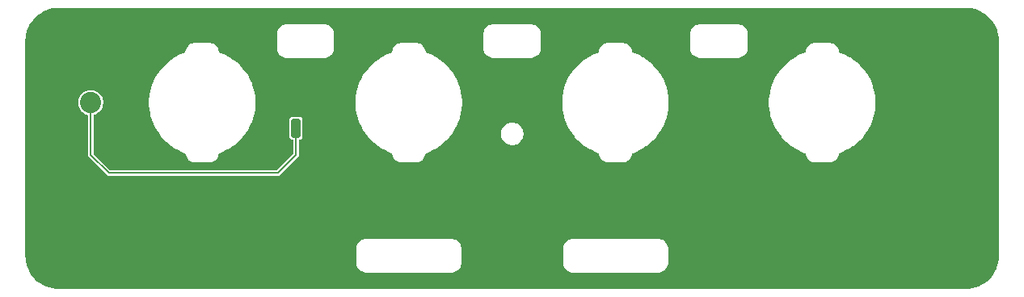
<source format=gbr>
%TF.GenerationSoftware,KiCad,Pcbnew,9.0.0-rc1-661-gd7f89c6576*%
%TF.CreationDate,2025-01-23T21:52:25-05:00*%
%TF.ProjectId,TS_Front_Endcap,54535f46-726f-46e7-945f-456e64636170,rev?*%
%TF.SameCoordinates,Original*%
%TF.FileFunction,Copper,L2,Bot*%
%TF.FilePolarity,Positive*%
%FSLAX46Y46*%
G04 Gerber Fmt 4.6, Leading zero omitted, Abs format (unit mm)*
G04 Created by KiCad (PCBNEW 9.0.0-rc1-661-gd7f89c6576) date 2025-01-23 21:52:25*
%MOMM*%
%LPD*%
G01*
G04 APERTURE LIST*
G04 Aperture macros list*
%AMRoundRect*
0 Rectangle with rounded corners*
0 $1 Rounding radius*
0 $2 $3 $4 $5 $6 $7 $8 $9 X,Y pos of 4 corners*
0 Add a 4 corners polygon primitive as box body*
4,1,4,$2,$3,$4,$5,$6,$7,$8,$9,$2,$3,0*
0 Add four circle primitives for the rounded corners*
1,1,$1+$1,$2,$3*
1,1,$1+$1,$4,$5*
1,1,$1+$1,$6,$7*
1,1,$1+$1,$8,$9*
0 Add four rect primitives between the rounded corners*
20,1,$1+$1,$2,$3,$4,$5,0*
20,1,$1+$1,$4,$5,$6,$7,0*
20,1,$1+$1,$6,$7,$8,$9,0*
20,1,$1+$1,$8,$9,$2,$3,0*%
G04 Aperture macros list end*
%TA.AperFunction,ComponentPad*%
%ADD10C,2.220000*%
%TD*%
%TA.AperFunction,ComponentPad*%
%ADD11C,5.250000*%
%TD*%
%TA.AperFunction,SMDPad,CuDef*%
%ADD12RoundRect,0.150000X0.350000X0.850000X-0.350000X0.850000X-0.350000X-0.850000X0.350000X-0.850000X0*%
%TD*%
%TA.AperFunction,ViaPad*%
%ADD13C,0.508000*%
%TD*%
%TA.AperFunction,Conductor*%
%ADD14C,0.200000*%
%TD*%
G04 APERTURE END LIST*
D10*
%TO.P,TP2,1*%
%TO.N,Net-(TP1-Pad2)*%
X101360000Y-100454993D03*
%TD*%
D11*
%TO.P,H4,1,1*%
%TO.N,GND*%
X193010000Y-116500033D03*
%TD*%
%TO.P,H2,1,1*%
%TO.N,GND*%
X98010000Y-116500033D03*
%TD*%
%TO.P,H1,1,1*%
%TO.N,GND*%
X98010000Y-94000033D03*
%TD*%
D10*
%TO.P,TP3,1*%
%TO.N,GND*%
X101360000Y-110044993D03*
%TD*%
D11*
%TO.P,H3,1,1*%
%TO.N,GND*%
X193010000Y-94000033D03*
%TD*%
D12*
%TO.P,TP4,1*%
%TO.N,GND*%
X168160000Y-103125033D03*
%TO.P,TP4,2*%
X166160000Y-103125033D03*
%TD*%
%TO.P,TP1,1*%
%TO.N,GND*%
X124860000Y-103125033D03*
%TO.P,TP1,2*%
%TO.N,Net-(TP1-Pad2)*%
X122860000Y-103125033D03*
%TD*%
D13*
%TO.N,GND*%
X167160000Y-110125033D03*
X123860000Y-110125033D03*
X145510000Y-110729993D03*
X166160000Y-105125033D03*
X168160000Y-105125033D03*
X124860000Y-105125033D03*
X180088553Y-94833670D03*
X180088560Y-106060779D03*
X184060000Y-100438804D03*
X175881450Y-106060779D03*
X171910008Y-100447233D03*
X175881454Y-94833673D03*
X158438553Y-94841433D03*
X158438560Y-106068542D03*
X162410000Y-100446567D03*
X154231450Y-106068542D03*
X150260008Y-100454996D03*
X154231454Y-94841436D03*
X136788553Y-94841433D03*
X136788560Y-106068542D03*
X140760000Y-100446567D03*
X132581450Y-106068542D03*
X128610008Y-100454996D03*
X132581454Y-94841436D03*
X115138553Y-94841437D03*
X110931454Y-94841440D03*
X115138560Y-106068546D03*
X110931450Y-106068546D03*
X162335000Y-116509993D03*
X150335000Y-116509993D03*
X140685000Y-116509993D03*
X128685000Y-116509993D03*
X170660000Y-93989993D03*
X163660000Y-93989993D03*
X149010000Y-93989993D03*
X142010000Y-93989993D03*
X127360000Y-93989993D03*
X120360000Y-93989993D03*
X119110000Y-100446571D03*
X106960008Y-100455000D03*
X181510000Y-91000033D03*
X187510000Y-91000033D03*
X159510000Y-91000033D03*
X169510000Y-91000033D03*
X135510000Y-91000033D03*
X131510000Y-91000033D03*
X175510000Y-91000033D03*
X149510000Y-91000033D03*
X123510000Y-91000033D03*
X125510000Y-91000033D03*
X115510000Y-91000033D03*
X111510000Y-91000033D03*
X163510000Y-91000033D03*
X173510000Y-91000033D03*
X167510000Y-91000033D03*
X145510000Y-91000033D03*
X189510000Y-91000033D03*
X151510000Y-91000033D03*
X137510000Y-91000033D03*
X171510000Y-91000033D03*
X141510000Y-91000033D03*
X121510000Y-91000033D03*
X161510000Y-91000033D03*
X105510000Y-91000033D03*
X139510000Y-91000033D03*
X107510000Y-91000033D03*
X101510000Y-91000033D03*
X129510000Y-91000033D03*
X103510000Y-91000033D03*
X179510000Y-91000033D03*
X153510000Y-91000033D03*
X155510000Y-91000033D03*
X143510000Y-91000033D03*
X127510000Y-91000033D03*
X177510000Y-91000033D03*
X119510000Y-91000033D03*
X133510000Y-91000033D03*
X157510000Y-91000033D03*
X185510000Y-91000033D03*
X147510000Y-91000033D03*
X117510000Y-91000033D03*
X165510000Y-91000033D03*
X183510000Y-91000033D03*
X113510000Y-91000033D03*
X109510000Y-91000033D03*
X196010000Y-113250033D03*
X196010000Y-101250033D03*
X196010000Y-111250033D03*
X196010000Y-97250033D03*
X196010000Y-109250033D03*
X196010000Y-99250033D03*
X196010000Y-105250033D03*
X196010000Y-107250033D03*
X196010000Y-103250033D03*
X189510000Y-119500033D03*
X187510000Y-119500033D03*
X185510000Y-119500033D03*
X183510000Y-119500033D03*
X181510000Y-119500033D03*
X179510000Y-119500033D03*
X177510000Y-119500033D03*
X175510000Y-119500033D03*
X173510000Y-119500033D03*
X171510000Y-119500033D03*
X169510000Y-119500033D03*
X167510000Y-119500033D03*
X165510000Y-119500033D03*
X163510000Y-119500033D03*
X161510000Y-119500033D03*
X159510000Y-119500033D03*
X157510000Y-119500033D03*
X155510000Y-119500033D03*
X153510000Y-119500033D03*
X151510000Y-119500033D03*
X149510000Y-119500033D03*
X147510000Y-119500033D03*
X145510000Y-119500033D03*
X143510000Y-119500033D03*
X141510000Y-119500033D03*
X139510000Y-119500033D03*
X137510000Y-119500033D03*
X135510000Y-119500033D03*
X133510000Y-119500033D03*
X131510000Y-119500033D03*
X129510000Y-119500033D03*
X127510000Y-119500033D03*
X125510000Y-119500033D03*
X123510000Y-119500033D03*
X121510000Y-119500033D03*
X119510000Y-119500033D03*
X117510000Y-119500033D03*
X115510000Y-119500033D03*
X113510000Y-119500033D03*
X111510000Y-119500033D03*
X109510000Y-119500033D03*
X107510000Y-119500033D03*
X105510000Y-119500033D03*
X103510000Y-119500033D03*
X101510000Y-119500033D03*
X95635000Y-94000033D03*
X194685000Y-95675033D03*
X194685000Y-92325033D03*
X191323550Y-114825033D03*
X98010000Y-114125033D03*
X195385000Y-116500033D03*
X194685000Y-118175033D03*
X98000000Y-118875033D03*
X96330621Y-118179412D03*
X98010000Y-91625033D03*
X191323550Y-92325033D03*
X100385000Y-116500033D03*
X98000000Y-96375033D03*
X95635000Y-116500033D03*
X96323550Y-92325033D03*
X96323550Y-114825033D03*
X193000000Y-118875033D03*
X194685000Y-114825033D03*
X193010000Y-114125033D03*
X195385000Y-94000033D03*
X99685000Y-118175033D03*
X191330621Y-118179412D03*
X99685000Y-95675033D03*
X190635000Y-94000033D03*
X193000000Y-96375033D03*
X191330621Y-95679412D03*
X193010000Y-91625033D03*
X190635000Y-116500033D03*
X99685000Y-114825033D03*
X100385000Y-94000033D03*
X99685000Y-92325033D03*
X96330621Y-95679412D03*
X95010000Y-113250033D03*
X95010000Y-107250033D03*
X95010000Y-111250033D03*
X95010000Y-109250033D03*
X95010000Y-97250033D03*
X95010000Y-105250033D03*
X95010000Y-99250033D03*
X95010000Y-103250033D03*
X95010000Y-101250033D03*
%TD*%
D14*
%TO.N,Net-(TP1-Pad2)*%
X120985000Y-107825033D02*
X122860000Y-105950033D01*
X103260000Y-107825033D02*
X120985000Y-107825033D01*
X122860000Y-105950033D02*
X122860000Y-103125033D01*
X101375000Y-105940033D02*
X103260000Y-107825033D01*
X101375000Y-100454993D02*
X101375000Y-105940033D01*
%TD*%
%TA.AperFunction,Conductor*%
%TO.N,GND*%
G36*
X193011200Y-90500591D02*
G01*
X193350614Y-90517266D01*
X193355375Y-90517734D01*
X193690347Y-90567423D01*
X193695037Y-90568356D01*
X193965097Y-90636002D01*
X194023511Y-90650635D01*
X194028113Y-90652031D01*
X194268832Y-90738162D01*
X194346928Y-90766106D01*
X194346937Y-90766109D01*
X194351379Y-90767950D01*
X194657461Y-90912717D01*
X194661702Y-90914983D01*
X194952148Y-91089071D01*
X194956146Y-91091743D01*
X195228112Y-91293447D01*
X195231830Y-91296498D01*
X195482723Y-91523896D01*
X195486123Y-91527296D01*
X195713520Y-91778193D01*
X195716570Y-91781910D01*
X195918272Y-92053877D01*
X195920944Y-92057875D01*
X196095025Y-92348313D01*
X196097292Y-92352554D01*
X196127912Y-92417295D01*
X196235803Y-92645417D01*
X196242066Y-92658658D01*
X196243901Y-92663088D01*
X196298449Y-92815543D01*
X196357976Y-92981911D01*
X196359372Y-92986512D01*
X196441646Y-93314979D01*
X196442584Y-93319696D01*
X196492266Y-93654640D01*
X196492737Y-93659425D01*
X196509440Y-93999505D01*
X196509499Y-94001908D01*
X196509499Y-94034409D01*
X196509499Y-94065921D01*
X196509499Y-94065923D01*
X196509500Y-94069870D01*
X196509500Y-116498824D01*
X196509441Y-116501229D01*
X196492764Y-116840630D01*
X196492293Y-116845415D01*
X196442604Y-117180370D01*
X196441665Y-117185086D01*
X196359393Y-117513529D01*
X196357998Y-117518131D01*
X196243915Y-117836963D01*
X196242074Y-117841405D01*
X196097306Y-118147486D01*
X196095040Y-118151727D01*
X195920952Y-118442172D01*
X195918280Y-118446170D01*
X195716575Y-118718136D01*
X195713524Y-118721854D01*
X195486126Y-118972746D01*
X195482726Y-118976146D01*
X195231830Y-119203543D01*
X195228113Y-119206593D01*
X194956146Y-119408296D01*
X194952148Y-119410968D01*
X194661711Y-119585049D01*
X194657470Y-119587316D01*
X194351370Y-119732089D01*
X194346927Y-119733929D01*
X194028111Y-119848002D01*
X194023510Y-119849398D01*
X193695049Y-119931674D01*
X193690333Y-119932612D01*
X193355386Y-119982296D01*
X193350600Y-119982767D01*
X193207837Y-119989780D01*
X193010519Y-119999474D01*
X193008135Y-119999533D01*
X98011203Y-119999533D01*
X98008799Y-119999474D01*
X97669396Y-119982800D01*
X97664610Y-119982329D01*
X97329660Y-119932644D01*
X97324944Y-119931706D01*
X96996475Y-119849430D01*
X96991883Y-119848037D01*
X96777275Y-119771249D01*
X96673052Y-119733958D01*
X96668618Y-119732121D01*
X96362505Y-119587341D01*
X96358281Y-119585083D01*
X96067833Y-119410995D01*
X96063835Y-119408323D01*
X95791866Y-119206619D01*
X95788149Y-119203569D01*
X95537250Y-118976170D01*
X95533850Y-118972770D01*
X95306450Y-118721875D01*
X95303399Y-118718157D01*
X95101685Y-118446179D01*
X95099025Y-118442199D01*
X94924929Y-118151741D01*
X94922666Y-118147507D01*
X94892009Y-118082689D01*
X94777888Y-117841404D01*
X94776055Y-117836982D01*
X94661969Y-117518136D01*
X94660576Y-117513541D01*
X94618987Y-117347516D01*
X94578297Y-117185079D01*
X94577363Y-117180388D01*
X94527671Y-116845405D01*
X94527203Y-116840646D01*
X94510559Y-116501900D01*
X94510500Y-116499495D01*
X94510500Y-115829820D01*
X129184499Y-115829820D01*
X129184500Y-115829833D01*
X129184500Y-117328968D01*
X129184506Y-117329061D01*
X129184506Y-117347519D01*
X129202744Y-117450962D01*
X129214903Y-117519927D01*
X129214904Y-117519928D01*
X129274776Y-117684431D01*
X129274780Y-117684440D01*
X129362306Y-117836042D01*
X129362311Y-117836048D01*
X129474832Y-117970148D01*
X129474841Y-117970157D01*
X129608944Y-118082684D01*
X129728529Y-118151727D01*
X129760555Y-118170217D01*
X129925062Y-118230093D01*
X130097467Y-118260493D01*
X130119108Y-118260493D01*
X139119108Y-118260493D01*
X139164697Y-118260493D01*
X139164714Y-118260500D01*
X139185000Y-118260500D01*
X139272527Y-118260500D01*
X139272533Y-118260500D01*
X139444940Y-118230100D01*
X139609448Y-118170223D01*
X139761060Y-118082689D01*
X139895168Y-117970158D01*
X140007697Y-117836048D01*
X140095229Y-117684436D01*
X140155104Y-117519926D01*
X140185501Y-117347519D01*
X140185500Y-117259986D01*
X140185500Y-117259493D01*
X140185500Y-115829820D01*
X150834499Y-115829820D01*
X150834500Y-115829833D01*
X150834500Y-117328968D01*
X150834506Y-117329061D01*
X150834506Y-117347519D01*
X150852744Y-117450962D01*
X150864903Y-117519927D01*
X150864904Y-117519928D01*
X150924776Y-117684431D01*
X150924780Y-117684440D01*
X151012306Y-117836042D01*
X151012311Y-117836048D01*
X151124832Y-117970148D01*
X151124841Y-117970157D01*
X151258944Y-118082684D01*
X151378529Y-118151727D01*
X151410555Y-118170217D01*
X151575062Y-118230093D01*
X151747467Y-118260493D01*
X151769108Y-118260493D01*
X160769108Y-118260493D01*
X160814697Y-118260493D01*
X160814714Y-118260500D01*
X160835000Y-118260500D01*
X160922527Y-118260500D01*
X160922533Y-118260500D01*
X161094940Y-118230100D01*
X161259448Y-118170223D01*
X161411060Y-118082689D01*
X161545168Y-117970158D01*
X161657697Y-117836048D01*
X161745229Y-117684436D01*
X161805104Y-117519926D01*
X161835501Y-117347519D01*
X161835500Y-117259986D01*
X161835500Y-117259493D01*
X161835500Y-115825881D01*
X161835501Y-115825878D01*
X161835500Y-115780287D01*
X161835506Y-115780271D01*
X161835506Y-115759986D01*
X161835507Y-115759986D01*
X161835506Y-115672454D01*
X161835506Y-115672451D01*
X161805106Y-115500060D01*
X161805105Y-115500059D01*
X161805104Y-115500049D01*
X161745227Y-115335543D01*
X161657693Y-115183934D01*
X161545171Y-115049836D01*
X161545167Y-115049831D01*
X161545158Y-115049822D01*
X161411058Y-114937301D01*
X161411049Y-114937295D01*
X161259451Y-114849770D01*
X161259442Y-114849766D01*
X161094940Y-114789893D01*
X161094941Y-114789893D01*
X161094938Y-114789892D01*
X161094937Y-114789892D01*
X160922532Y-114759493D01*
X160900892Y-114759493D01*
X151769108Y-114759493D01*
X151765935Y-114759493D01*
X151765829Y-114759500D01*
X151747467Y-114759500D01*
X151644311Y-114777689D01*
X151575065Y-114789899D01*
X151575064Y-114789899D01*
X151575060Y-114789900D01*
X151410560Y-114849773D01*
X151410551Y-114849777D01*
X151258950Y-114937302D01*
X151258944Y-114937307D01*
X151124846Y-115049827D01*
X151124837Y-115049836D01*
X151012314Y-115183936D01*
X150924780Y-115335543D01*
X150924778Y-115335546D01*
X150880880Y-115456153D01*
X150864903Y-115500050D01*
X150864902Y-115500052D01*
X150864899Y-115500062D01*
X150834500Y-115672450D01*
X150834500Y-115759986D01*
X150834499Y-115829820D01*
X140185500Y-115829820D01*
X140185500Y-115825881D01*
X140185501Y-115825878D01*
X140185500Y-115780288D01*
X140185506Y-115780272D01*
X140185506Y-115759986D01*
X140185507Y-115759986D01*
X140185506Y-115672454D01*
X140185506Y-115672451D01*
X140155106Y-115500060D01*
X140155105Y-115500059D01*
X140155104Y-115500049D01*
X140095227Y-115335543D01*
X140007693Y-115183934D01*
X139895171Y-115049836D01*
X139895167Y-115049831D01*
X139895158Y-115049822D01*
X139761058Y-114937301D01*
X139761049Y-114937295D01*
X139609451Y-114849770D01*
X139609442Y-114849766D01*
X139444940Y-114789893D01*
X139444941Y-114789893D01*
X139444938Y-114789892D01*
X139444937Y-114789892D01*
X139272532Y-114759493D01*
X139250892Y-114759493D01*
X130119108Y-114759493D01*
X130115935Y-114759493D01*
X130115829Y-114759500D01*
X130097467Y-114759500D01*
X129994311Y-114777689D01*
X129925065Y-114789899D01*
X129925064Y-114789899D01*
X129925060Y-114789900D01*
X129760560Y-114849773D01*
X129760551Y-114849777D01*
X129608950Y-114937302D01*
X129608944Y-114937307D01*
X129474846Y-115049827D01*
X129474837Y-115049836D01*
X129362314Y-115183936D01*
X129274780Y-115335543D01*
X129274778Y-115335546D01*
X129230880Y-115456153D01*
X129214903Y-115500050D01*
X129214902Y-115500052D01*
X129214899Y-115500062D01*
X129184500Y-115672450D01*
X129184500Y-115759986D01*
X129184499Y-115829820D01*
X94510500Y-115829820D01*
X94510500Y-100351854D01*
X100049500Y-100351854D01*
X100049500Y-100558131D01*
X100081768Y-100761866D01*
X100081769Y-100761869D01*
X100145512Y-100958051D01*
X100239156Y-101141839D01*
X100239159Y-101141843D01*
X100239160Y-101141845D01*
X100360407Y-101308726D01*
X100360409Y-101308728D01*
X100360412Y-101308732D01*
X100506260Y-101454580D01*
X100506263Y-101454582D01*
X100506267Y-101454586D01*
X100673148Y-101575833D01*
X100673150Y-101575834D01*
X100673153Y-101575836D01*
X100856941Y-101669480D01*
X100856943Y-101669481D01*
X101040642Y-101729168D01*
X101069159Y-101753524D01*
X101074500Y-101775770D01*
X101074500Y-105979596D01*
X101094979Y-106056022D01*
X101094979Y-106056024D01*
X101129314Y-106115493D01*
X101134540Y-106124544D01*
X103075489Y-108065493D01*
X103125648Y-108094453D01*
X103144008Y-108105053D01*
X103144012Y-108105055D01*
X103204286Y-108121205D01*
X103220434Y-108125532D01*
X103220435Y-108125533D01*
X103220438Y-108125533D01*
X121024564Y-108125533D01*
X121051230Y-108118387D01*
X121100989Y-108105054D01*
X121169511Y-108065493D01*
X121225460Y-108009544D01*
X123100460Y-106134544D01*
X123111459Y-106115493D01*
X123140021Y-106066022D01*
X123160500Y-105989595D01*
X123160500Y-104374533D01*
X123174852Y-104339885D01*
X123209500Y-104325533D01*
X123243262Y-104325533D01*
X123260590Y-104323007D01*
X123311393Y-104315606D01*
X123416483Y-104264231D01*
X123499198Y-104181516D01*
X123550573Y-104076426D01*
X123560500Y-104008293D01*
X123560500Y-102241773D01*
X123550573Y-102173640D01*
X123499198Y-102068550D01*
X123416483Y-101985835D01*
X123363938Y-101960147D01*
X123311396Y-101934461D01*
X123311394Y-101934460D01*
X123243262Y-101924533D01*
X123243260Y-101924533D01*
X122476740Y-101924533D01*
X122476738Y-101924533D01*
X122408605Y-101934460D01*
X122408603Y-101934461D01*
X122303519Y-101985834D01*
X122303515Y-101985836D01*
X122220803Y-102068548D01*
X122220801Y-102068552D01*
X122169428Y-102173636D01*
X122169427Y-102173638D01*
X122159500Y-102241771D01*
X122159500Y-104008294D01*
X122166978Y-104059615D01*
X122169427Y-104076426D01*
X122220802Y-104181516D01*
X122303517Y-104264231D01*
X122408607Y-104315606D01*
X122456884Y-104322639D01*
X122476738Y-104325533D01*
X122476740Y-104325533D01*
X122510500Y-104325533D01*
X122545148Y-104339885D01*
X122559500Y-104374533D01*
X122559500Y-105805266D01*
X122545148Y-105839914D01*
X120874881Y-107510181D01*
X120840233Y-107524533D01*
X103404767Y-107524533D01*
X103370119Y-107510181D01*
X101689852Y-105829914D01*
X101675500Y-105795266D01*
X101675500Y-101766022D01*
X101689852Y-101731374D01*
X101709358Y-101719420D01*
X101863057Y-101669481D01*
X102046852Y-101575833D01*
X102213733Y-101454586D01*
X102359593Y-101308726D01*
X102480840Y-101141845D01*
X102574488Y-100958050D01*
X102638231Y-100761869D01*
X102670500Y-100558132D01*
X102670500Y-100351854D01*
X102650335Y-100224541D01*
X107459501Y-100224541D01*
X107459501Y-100685455D01*
X107497538Y-101144796D01*
X107573354Y-101599431D01*
X107615512Y-101766022D01*
X107686431Y-102046263D01*
X107686436Y-102046280D01*
X107835990Y-102482214D01*
X107835992Y-102482219D01*
X107835996Y-102482230D01*
X108021031Y-102904372D01*
X108240273Y-103309803D01*
X108240277Y-103309810D01*
X108492220Y-103695749D01*
X108492224Y-103695755D01*
X108492226Y-103695757D01*
X108735271Y-104008294D01*
X108775173Y-104059604D01*
X108775174Y-104059606D01*
X109087174Y-104398852D01*
X109321914Y-104615176D01*
X109426118Y-104711204D01*
X109622662Y-104864364D01*
X109789681Y-104994517D01*
X109982381Y-105120588D01*
X110175379Y-105246855D01*
X110175385Y-105246858D01*
X110175386Y-105246859D01*
X110580587Y-105466503D01*
X110580590Y-105466504D01*
X111002528Y-105651956D01*
X111002536Y-105651959D01*
X111002545Y-105651963D01*
X111251448Y-105737632D01*
X111258748Y-105744088D01*
X111267966Y-105747262D01*
X111271695Y-105755540D01*
X111279538Y-105762477D01*
X111283559Y-105777745D01*
X111284088Y-105777677D01*
X111284094Y-105777723D01*
X111284271Y-105780449D01*
X111284408Y-105780969D01*
X111284414Y-105781067D01*
X111284327Y-105781317D01*
X111284506Y-105784061D01*
X111284506Y-105802519D01*
X111286806Y-105815562D01*
X111314903Y-105974927D01*
X111314904Y-105974928D01*
X111374776Y-106139431D01*
X111374780Y-106139440D01*
X111462306Y-106291042D01*
X111462311Y-106291048D01*
X111574832Y-106425148D01*
X111574841Y-106425157D01*
X111708944Y-106537684D01*
X111860555Y-106625217D01*
X112025062Y-106685093D01*
X112197467Y-106715493D01*
X112219108Y-106715493D01*
X113719108Y-106715493D01*
X113764697Y-106715493D01*
X113764714Y-106715500D01*
X113785000Y-106715500D01*
X113872527Y-106715500D01*
X113872533Y-106715500D01*
X114044940Y-106685100D01*
X114209448Y-106625223D01*
X114361060Y-106537689D01*
X114495168Y-106425158D01*
X114607697Y-106291048D01*
X114695229Y-106139436D01*
X114755104Y-105974926D01*
X114785501Y-105802519D01*
X114785500Y-105783978D01*
X114799850Y-105749331D01*
X114818550Y-105737647D01*
X115067460Y-105651976D01*
X115489416Y-105466517D01*
X115894628Y-105246867D01*
X116245303Y-105017441D01*
X116280326Y-104994528D01*
X116393417Y-104906400D01*
X116643892Y-104711214D01*
X116982832Y-104398866D01*
X117294840Y-104059611D01*
X117577785Y-103695765D01*
X117829739Y-103309810D01*
X118048981Y-102904378D01*
X118234017Y-102482235D01*
X118339886Y-102173636D01*
X118383576Y-102046284D01*
X118383577Y-102046279D01*
X118383583Y-102046263D01*
X118496660Y-101599434D01*
X118572476Y-101144798D01*
X118610513Y-100685455D01*
X118610513Y-100224541D01*
X129109501Y-100224541D01*
X129109501Y-100685455D01*
X129147538Y-101144796D01*
X129223354Y-101599431D01*
X129265512Y-101766022D01*
X129336431Y-102046263D01*
X129336436Y-102046280D01*
X129485990Y-102482214D01*
X129485992Y-102482219D01*
X129485996Y-102482230D01*
X129671031Y-102904372D01*
X129890273Y-103309803D01*
X129890277Y-103309810D01*
X130142220Y-103695749D01*
X130142224Y-103695755D01*
X130142226Y-103695757D01*
X130385271Y-104008294D01*
X130425173Y-104059604D01*
X130425174Y-104059606D01*
X130737174Y-104398852D01*
X130971914Y-104615176D01*
X131076118Y-104711204D01*
X131272662Y-104864364D01*
X131439681Y-104994517D01*
X131632381Y-105120588D01*
X131825379Y-105246855D01*
X131825385Y-105246858D01*
X131825386Y-105246859D01*
X132230587Y-105466503D01*
X132230590Y-105466504D01*
X132652528Y-105651956D01*
X132652536Y-105651959D01*
X132652545Y-105651963D01*
X132901448Y-105737632D01*
X132908748Y-105744088D01*
X132917966Y-105747262D01*
X132921695Y-105755540D01*
X132929538Y-105762477D01*
X132933559Y-105777745D01*
X132934088Y-105777677D01*
X132934094Y-105777723D01*
X132934271Y-105780449D01*
X132934408Y-105780969D01*
X132934414Y-105781067D01*
X132934327Y-105781317D01*
X132934506Y-105784061D01*
X132934506Y-105802519D01*
X132936806Y-105815562D01*
X132964903Y-105974927D01*
X132964904Y-105974928D01*
X133024776Y-106139431D01*
X133024780Y-106139440D01*
X133112306Y-106291042D01*
X133112311Y-106291048D01*
X133224832Y-106425148D01*
X133224841Y-106425157D01*
X133358944Y-106537684D01*
X133510555Y-106625217D01*
X133675062Y-106685093D01*
X133847467Y-106715493D01*
X133869108Y-106715493D01*
X135369108Y-106715493D01*
X135414697Y-106715493D01*
X135414714Y-106715500D01*
X135435000Y-106715500D01*
X135522527Y-106715500D01*
X135522533Y-106715500D01*
X135694940Y-106685100D01*
X135859448Y-106625223D01*
X136011060Y-106537689D01*
X136145168Y-106425158D01*
X136257697Y-106291048D01*
X136345229Y-106139436D01*
X136405104Y-105974926D01*
X136435501Y-105802519D01*
X136435500Y-105783978D01*
X136449850Y-105749331D01*
X136468550Y-105737647D01*
X136717460Y-105651976D01*
X137139416Y-105466517D01*
X137544628Y-105246867D01*
X137895303Y-105017441D01*
X137930326Y-104994528D01*
X138043417Y-104906400D01*
X138293892Y-104711214D01*
X138632832Y-104398866D01*
X138944840Y-104059611D01*
X139115483Y-103840177D01*
X144310000Y-103840177D01*
X144364859Y-104059613D01*
X144410000Y-104240176D01*
X144685000Y-104615176D01*
X145110000Y-104865176D01*
X145535000Y-104940176D01*
X146010000Y-104840176D01*
X146410000Y-104540176D01*
X146660000Y-104140176D01*
X146710000Y-103765176D01*
X146635000Y-103290176D01*
X146410000Y-102915176D01*
X146395248Y-102904358D01*
X146035000Y-102640176D01*
X145535001Y-102515176D01*
X145535000Y-102515176D01*
X145272500Y-102577676D01*
X145009999Y-102640176D01*
X144585000Y-102965176D01*
X144335000Y-103440176D01*
X144310000Y-103840177D01*
X139115483Y-103840177D01*
X139227785Y-103695765D01*
X139479739Y-103309810D01*
X139698981Y-102904378D01*
X139884017Y-102482235D01*
X139989886Y-102173636D01*
X140033576Y-102046284D01*
X140033577Y-102046279D01*
X140033583Y-102046263D01*
X140146660Y-101599434D01*
X140222476Y-101144798D01*
X140260513Y-100685455D01*
X140260513Y-100224541D01*
X150759501Y-100224541D01*
X150759501Y-100685455D01*
X150797538Y-101144796D01*
X150873354Y-101599431D01*
X150915512Y-101766022D01*
X150986431Y-102046263D01*
X150986436Y-102046280D01*
X151135990Y-102482214D01*
X151135992Y-102482219D01*
X151135996Y-102482230D01*
X151321031Y-102904372D01*
X151540273Y-103309803D01*
X151540277Y-103309810D01*
X151792220Y-103695749D01*
X151792224Y-103695755D01*
X151792226Y-103695757D01*
X152035271Y-104008294D01*
X152075173Y-104059604D01*
X152075174Y-104059606D01*
X152387174Y-104398852D01*
X152621914Y-104615176D01*
X152726118Y-104711204D01*
X152922662Y-104864364D01*
X153089681Y-104994517D01*
X153282381Y-105120588D01*
X153475379Y-105246855D01*
X153475385Y-105246858D01*
X153475386Y-105246859D01*
X153880587Y-105466503D01*
X153880590Y-105466504D01*
X154302528Y-105651956D01*
X154302536Y-105651959D01*
X154302545Y-105651963D01*
X154551448Y-105737632D01*
X154558748Y-105744088D01*
X154567966Y-105747262D01*
X154571695Y-105755540D01*
X154579538Y-105762477D01*
X154583559Y-105777745D01*
X154584088Y-105777677D01*
X154584094Y-105777723D01*
X154584271Y-105780449D01*
X154584408Y-105780969D01*
X154584414Y-105781067D01*
X154584327Y-105781317D01*
X154584506Y-105784061D01*
X154584506Y-105802519D01*
X154586806Y-105815562D01*
X154614903Y-105974927D01*
X154614904Y-105974928D01*
X154674776Y-106139431D01*
X154674780Y-106139440D01*
X154762306Y-106291042D01*
X154762311Y-106291048D01*
X154874832Y-106425148D01*
X154874841Y-106425157D01*
X155008944Y-106537684D01*
X155160555Y-106625217D01*
X155325062Y-106685093D01*
X155497467Y-106715493D01*
X155519108Y-106715493D01*
X157019108Y-106715493D01*
X157064697Y-106715493D01*
X157064714Y-106715500D01*
X157085000Y-106715500D01*
X157172527Y-106715500D01*
X157172533Y-106715500D01*
X157344940Y-106685100D01*
X157509448Y-106625223D01*
X157661060Y-106537689D01*
X157795168Y-106425158D01*
X157907697Y-106291048D01*
X157995229Y-106139436D01*
X158055104Y-105974926D01*
X158085501Y-105802519D01*
X158085500Y-105783978D01*
X158099850Y-105749331D01*
X158118550Y-105737647D01*
X158367460Y-105651976D01*
X158789416Y-105466517D01*
X159194628Y-105246867D01*
X159545303Y-105017441D01*
X159580326Y-104994528D01*
X159693417Y-104906400D01*
X159943892Y-104711214D01*
X160282832Y-104398866D01*
X160594840Y-104059611D01*
X160877785Y-103695765D01*
X161129739Y-103309810D01*
X161348981Y-102904378D01*
X161534017Y-102482235D01*
X161639886Y-102173636D01*
X161683576Y-102046284D01*
X161683577Y-102046279D01*
X161683583Y-102046263D01*
X161796660Y-101599434D01*
X161872476Y-101144798D01*
X161910513Y-100685455D01*
X161910513Y-100224541D01*
X172409501Y-100224541D01*
X172409501Y-100685455D01*
X172447538Y-101144796D01*
X172523354Y-101599431D01*
X172565512Y-101766022D01*
X172636431Y-102046263D01*
X172636436Y-102046280D01*
X172785990Y-102482214D01*
X172785992Y-102482219D01*
X172785996Y-102482230D01*
X172971031Y-102904372D01*
X173190273Y-103309803D01*
X173190277Y-103309810D01*
X173442220Y-103695749D01*
X173442224Y-103695755D01*
X173442226Y-103695757D01*
X173685271Y-104008294D01*
X173725173Y-104059604D01*
X173725174Y-104059606D01*
X174037174Y-104398852D01*
X174271914Y-104615176D01*
X174376118Y-104711204D01*
X174572662Y-104864364D01*
X174739681Y-104994517D01*
X174932381Y-105120588D01*
X175125379Y-105246855D01*
X175125385Y-105246858D01*
X175125386Y-105246859D01*
X175530587Y-105466503D01*
X175530590Y-105466504D01*
X175952528Y-105651956D01*
X175952536Y-105651959D01*
X175952545Y-105651963D01*
X176201448Y-105737632D01*
X176208748Y-105744088D01*
X176217966Y-105747262D01*
X176221695Y-105755540D01*
X176229538Y-105762477D01*
X176233559Y-105777745D01*
X176234088Y-105777677D01*
X176234094Y-105777723D01*
X176234271Y-105780449D01*
X176234408Y-105780969D01*
X176234414Y-105781067D01*
X176234327Y-105781317D01*
X176234506Y-105784061D01*
X176234506Y-105802519D01*
X176236806Y-105815562D01*
X176264903Y-105974927D01*
X176264904Y-105974928D01*
X176324776Y-106139431D01*
X176324780Y-106139440D01*
X176412306Y-106291042D01*
X176412311Y-106291048D01*
X176524832Y-106425148D01*
X176524841Y-106425157D01*
X176658944Y-106537684D01*
X176810555Y-106625217D01*
X176975062Y-106685093D01*
X177147467Y-106715493D01*
X177169108Y-106715493D01*
X178669108Y-106715493D01*
X178714697Y-106715493D01*
X178714714Y-106715500D01*
X178735000Y-106715500D01*
X178822527Y-106715500D01*
X178822533Y-106715500D01*
X178994940Y-106685100D01*
X179159448Y-106625223D01*
X179311060Y-106537689D01*
X179445168Y-106425158D01*
X179557697Y-106291048D01*
X179645229Y-106139436D01*
X179705104Y-105974926D01*
X179735501Y-105802519D01*
X179735500Y-105783978D01*
X179749850Y-105749331D01*
X179768550Y-105737647D01*
X180017460Y-105651976D01*
X180439416Y-105466517D01*
X180844628Y-105246867D01*
X181195303Y-105017441D01*
X181230326Y-104994528D01*
X181343417Y-104906400D01*
X181593892Y-104711214D01*
X181932832Y-104398866D01*
X182244840Y-104059611D01*
X182527785Y-103695765D01*
X182779739Y-103309810D01*
X182998981Y-102904378D01*
X183184017Y-102482235D01*
X183289886Y-102173636D01*
X183333576Y-102046284D01*
X183333577Y-102046279D01*
X183333583Y-102046263D01*
X183446660Y-101599434D01*
X183522476Y-101144798D01*
X183560513Y-100685455D01*
X183560513Y-100224541D01*
X183522475Y-99765198D01*
X183446659Y-99310562D01*
X183333582Y-98863734D01*
X183253565Y-98630491D01*
X183184018Y-98427769D01*
X183184017Y-98427768D01*
X183184015Y-98427761D01*
X182998979Y-98005619D01*
X182779737Y-97600187D01*
X182756922Y-97565238D01*
X182527788Y-97214239D01*
X182527783Y-97214232D01*
X182244837Y-96850386D01*
X182120157Y-96714817D01*
X181932833Y-96511134D01*
X181910497Y-96490550D01*
X181593889Y-96198783D01*
X181365270Y-96020628D01*
X181230323Y-95915468D01*
X180916417Y-95710100D01*
X180844625Y-95663131D01*
X180844620Y-95663128D01*
X180844617Y-95663126D01*
X180439415Y-95443482D01*
X180439412Y-95443481D01*
X180017473Y-95258028D01*
X180017452Y-95258020D01*
X179768559Y-95172354D01*
X179740468Y-95147508D01*
X179735506Y-95126022D01*
X179735506Y-95107451D01*
X179705106Y-94935060D01*
X179705105Y-94935059D01*
X179705104Y-94935049D01*
X179645227Y-94770543D01*
X179557693Y-94618934D01*
X179445171Y-94484836D01*
X179445167Y-94484831D01*
X179445158Y-94484822D01*
X179311058Y-94372301D01*
X179311049Y-94372295D01*
X179159451Y-94284770D01*
X179159442Y-94284766D01*
X178994940Y-94224893D01*
X178994941Y-94224893D01*
X178994938Y-94224892D01*
X178994937Y-94224892D01*
X178822532Y-94194493D01*
X178800892Y-94194493D01*
X177169108Y-94194493D01*
X177165935Y-94194493D01*
X177165829Y-94194500D01*
X177147467Y-94194500D01*
X177044311Y-94212689D01*
X176975065Y-94224899D01*
X176975064Y-94224899D01*
X176975060Y-94224900D01*
X176810560Y-94284773D01*
X176810551Y-94284777D01*
X176658950Y-94372302D01*
X176658944Y-94372307D01*
X176524846Y-94484827D01*
X176524837Y-94484836D01*
X176412314Y-94618936D01*
X176324780Y-94770543D01*
X176324778Y-94770546D01*
X176280880Y-94891153D01*
X176264903Y-94935050D01*
X176264902Y-94935052D01*
X176264899Y-94935062D01*
X176234500Y-95107450D01*
X176234500Y-95126036D01*
X176220147Y-95160684D01*
X176201447Y-95172366D01*
X175952552Y-95258033D01*
X175952531Y-95258041D01*
X175530593Y-95443493D01*
X175530590Y-95443494D01*
X175125390Y-95663138D01*
X175125386Y-95663141D01*
X174739684Y-95915480D01*
X174376129Y-96198786D01*
X174376116Y-96198797D01*
X174037176Y-96511144D01*
X173725176Y-96850390D01*
X173725175Y-96850392D01*
X173442222Y-97214247D01*
X173190279Y-97600186D01*
X173190275Y-97600194D01*
X172971033Y-98005625D01*
X172971032Y-98005628D01*
X172971024Y-98005644D01*
X172785996Y-98427771D01*
X172785994Y-98427774D01*
X172636435Y-98863723D01*
X172636432Y-98863733D01*
X172636432Y-98863734D01*
X172636431Y-98863738D01*
X172523355Y-99310565D01*
X172504874Y-99421388D01*
X172447540Y-99765197D01*
X172447539Y-99765200D01*
X172409501Y-100224541D01*
X161910513Y-100224541D01*
X161872475Y-99765198D01*
X161796659Y-99310562D01*
X161683582Y-98863734D01*
X161603565Y-98630491D01*
X161534018Y-98427769D01*
X161534017Y-98427768D01*
X161534015Y-98427761D01*
X161348979Y-98005619D01*
X161129737Y-97600187D01*
X161106922Y-97565238D01*
X160877788Y-97214239D01*
X160877783Y-97214232D01*
X160594837Y-96850386D01*
X160470157Y-96714817D01*
X160282833Y-96511134D01*
X160260497Y-96490550D01*
X159943889Y-96198783D01*
X159715270Y-96020628D01*
X159580323Y-95915468D01*
X159266417Y-95710100D01*
X159194625Y-95663131D01*
X159194620Y-95663128D01*
X159194617Y-95663126D01*
X158789415Y-95443482D01*
X158789412Y-95443481D01*
X158367473Y-95258028D01*
X158367452Y-95258020D01*
X158118559Y-95172354D01*
X158090468Y-95147508D01*
X158085506Y-95126022D01*
X158085506Y-95107451D01*
X158055106Y-94935060D01*
X158055105Y-94935059D01*
X158055104Y-94935049D01*
X157995227Y-94770543D01*
X157907693Y-94618934D01*
X157795171Y-94484836D01*
X157795167Y-94484831D01*
X157795158Y-94484822D01*
X157661058Y-94372301D01*
X157661049Y-94372295D01*
X157509451Y-94284770D01*
X157509442Y-94284766D01*
X157344940Y-94224893D01*
X157344941Y-94224893D01*
X157344938Y-94224892D01*
X157344937Y-94224892D01*
X157172532Y-94194493D01*
X157150892Y-94194493D01*
X155519108Y-94194493D01*
X155515935Y-94194493D01*
X155515829Y-94194500D01*
X155497467Y-94194500D01*
X155394311Y-94212689D01*
X155325065Y-94224899D01*
X155325064Y-94224899D01*
X155325060Y-94224900D01*
X155160560Y-94284773D01*
X155160551Y-94284777D01*
X155008950Y-94372302D01*
X155008944Y-94372307D01*
X154874846Y-94484827D01*
X154874837Y-94484836D01*
X154762314Y-94618936D01*
X154674780Y-94770543D01*
X154674778Y-94770546D01*
X154630880Y-94891153D01*
X154614903Y-94935050D01*
X154614902Y-94935052D01*
X154614899Y-94935062D01*
X154584500Y-95107450D01*
X154584500Y-95126036D01*
X154570147Y-95160684D01*
X154551447Y-95172366D01*
X154302552Y-95258033D01*
X154302531Y-95258041D01*
X153880593Y-95443493D01*
X153880590Y-95443494D01*
X153475390Y-95663138D01*
X153475386Y-95663141D01*
X153089684Y-95915480D01*
X152726129Y-96198786D01*
X152726116Y-96198797D01*
X152387176Y-96511144D01*
X152075176Y-96850390D01*
X152075175Y-96850392D01*
X151792222Y-97214247D01*
X151540279Y-97600186D01*
X151540275Y-97600194D01*
X151321033Y-98005625D01*
X151321032Y-98005628D01*
X151321024Y-98005644D01*
X151135996Y-98427771D01*
X151135994Y-98427774D01*
X150986435Y-98863723D01*
X150986432Y-98863733D01*
X150986432Y-98863734D01*
X150986431Y-98863738D01*
X150873355Y-99310565D01*
X150854874Y-99421388D01*
X150797540Y-99765197D01*
X150797539Y-99765200D01*
X150759501Y-100224541D01*
X140260513Y-100224541D01*
X140222475Y-99765198D01*
X140146659Y-99310562D01*
X140033582Y-98863734D01*
X139953565Y-98630491D01*
X139884018Y-98427769D01*
X139884017Y-98427768D01*
X139884015Y-98427761D01*
X139698979Y-98005619D01*
X139479737Y-97600187D01*
X139456922Y-97565238D01*
X139227788Y-97214239D01*
X139227783Y-97214232D01*
X138944837Y-96850386D01*
X138820157Y-96714817D01*
X138632833Y-96511134D01*
X138610497Y-96490550D01*
X138293889Y-96198783D01*
X138065270Y-96020628D01*
X137930323Y-95915468D01*
X137616417Y-95710100D01*
X137544625Y-95663131D01*
X137544620Y-95663128D01*
X137544617Y-95663126D01*
X137139415Y-95443482D01*
X137139412Y-95443481D01*
X136717473Y-95258028D01*
X136717452Y-95258020D01*
X136468559Y-95172354D01*
X136440468Y-95147508D01*
X136435506Y-95126022D01*
X136435506Y-95107451D01*
X136405106Y-94935060D01*
X136405105Y-94935059D01*
X136405104Y-94935049D01*
X136345227Y-94770543D01*
X136257693Y-94618934D01*
X136145171Y-94484836D01*
X136145167Y-94484831D01*
X136145158Y-94484822D01*
X136011058Y-94372301D01*
X136011049Y-94372295D01*
X135859451Y-94284770D01*
X135859442Y-94284766D01*
X135694940Y-94224893D01*
X135694941Y-94224893D01*
X135694938Y-94224892D01*
X135694937Y-94224892D01*
X135522532Y-94194493D01*
X135500892Y-94194493D01*
X133869108Y-94194493D01*
X133865935Y-94194493D01*
X133865829Y-94194500D01*
X133847467Y-94194500D01*
X133744311Y-94212689D01*
X133675065Y-94224899D01*
X133675064Y-94224899D01*
X133675060Y-94224900D01*
X133510560Y-94284773D01*
X133510551Y-94284777D01*
X133358950Y-94372302D01*
X133358944Y-94372307D01*
X133224846Y-94484827D01*
X133224837Y-94484836D01*
X133112314Y-94618936D01*
X133024780Y-94770543D01*
X133024778Y-94770546D01*
X132980880Y-94891153D01*
X132964903Y-94935050D01*
X132964902Y-94935052D01*
X132964899Y-94935062D01*
X132934500Y-95107450D01*
X132934500Y-95126036D01*
X132920147Y-95160684D01*
X132901447Y-95172366D01*
X132652552Y-95258033D01*
X132652531Y-95258041D01*
X132230593Y-95443493D01*
X132230590Y-95443494D01*
X131825390Y-95663138D01*
X131825386Y-95663141D01*
X131439684Y-95915480D01*
X131076129Y-96198786D01*
X131076116Y-96198797D01*
X130737176Y-96511144D01*
X130425176Y-96850390D01*
X130425175Y-96850392D01*
X130142222Y-97214247D01*
X129890279Y-97600186D01*
X129890275Y-97600194D01*
X129671033Y-98005625D01*
X129671032Y-98005628D01*
X129671024Y-98005644D01*
X129485996Y-98427771D01*
X129485994Y-98427774D01*
X129336435Y-98863723D01*
X129336432Y-98863733D01*
X129336432Y-98863734D01*
X129336431Y-98863738D01*
X129223355Y-99310565D01*
X129204874Y-99421388D01*
X129147540Y-99765197D01*
X129147539Y-99765200D01*
X129109501Y-100224541D01*
X118610513Y-100224541D01*
X118572475Y-99765198D01*
X118496659Y-99310562D01*
X118383582Y-98863734D01*
X118303565Y-98630491D01*
X118234018Y-98427769D01*
X118234017Y-98427768D01*
X118234015Y-98427761D01*
X118048979Y-98005619D01*
X117829737Y-97600187D01*
X117806922Y-97565238D01*
X117577788Y-97214239D01*
X117577783Y-97214232D01*
X117294837Y-96850386D01*
X117170157Y-96714817D01*
X116982833Y-96511134D01*
X116960497Y-96490550D01*
X116643889Y-96198783D01*
X116415270Y-96020628D01*
X116280323Y-95915468D01*
X115966417Y-95710100D01*
X115894625Y-95663131D01*
X115894620Y-95663128D01*
X115894617Y-95663126D01*
X115489415Y-95443482D01*
X115489412Y-95443481D01*
X115067473Y-95258028D01*
X115067452Y-95258020D01*
X114818559Y-95172354D01*
X114790468Y-95147508D01*
X114785506Y-95126022D01*
X114785506Y-95107451D01*
X114755106Y-94935060D01*
X114755105Y-94935059D01*
X114755104Y-94935049D01*
X114695227Y-94770543D01*
X114607693Y-94618934D01*
X114495171Y-94484836D01*
X114495167Y-94484831D01*
X114495158Y-94484822D01*
X114361058Y-94372301D01*
X114361049Y-94372295D01*
X114209451Y-94284770D01*
X114209442Y-94284766D01*
X114044940Y-94224893D01*
X114044941Y-94224893D01*
X114044938Y-94224892D01*
X114044937Y-94224892D01*
X113872532Y-94194493D01*
X113850892Y-94194493D01*
X112219108Y-94194493D01*
X112215935Y-94194493D01*
X112215829Y-94194500D01*
X112197467Y-94194500D01*
X112094311Y-94212689D01*
X112025065Y-94224899D01*
X112025064Y-94224899D01*
X112025060Y-94224900D01*
X111860560Y-94284773D01*
X111860551Y-94284777D01*
X111708950Y-94372302D01*
X111708944Y-94372307D01*
X111574846Y-94484827D01*
X111574837Y-94484836D01*
X111462314Y-94618936D01*
X111374780Y-94770543D01*
X111374778Y-94770546D01*
X111330880Y-94891153D01*
X111314903Y-94935050D01*
X111314902Y-94935052D01*
X111314899Y-94935062D01*
X111284500Y-95107450D01*
X111284500Y-95126036D01*
X111270147Y-95160684D01*
X111251447Y-95172366D01*
X111002552Y-95258033D01*
X111002531Y-95258041D01*
X110580593Y-95443493D01*
X110580590Y-95443494D01*
X110175390Y-95663138D01*
X110175386Y-95663141D01*
X109789684Y-95915480D01*
X109426129Y-96198786D01*
X109426116Y-96198797D01*
X109087176Y-96511144D01*
X108775176Y-96850390D01*
X108775175Y-96850392D01*
X108492222Y-97214247D01*
X108240279Y-97600186D01*
X108240275Y-97600194D01*
X108021033Y-98005625D01*
X108021032Y-98005628D01*
X108021024Y-98005644D01*
X107835996Y-98427771D01*
X107835994Y-98427774D01*
X107686435Y-98863723D01*
X107686432Y-98863733D01*
X107686432Y-98863734D01*
X107686431Y-98863738D01*
X107573355Y-99310565D01*
X107554874Y-99421388D01*
X107497540Y-99765197D01*
X107497539Y-99765200D01*
X107459501Y-100224541D01*
X102650335Y-100224541D01*
X102638231Y-100148117D01*
X102574488Y-99951936D01*
X102480840Y-99768141D01*
X102359593Y-99601260D01*
X102359589Y-99601256D01*
X102359587Y-99601253D01*
X102213739Y-99455405D01*
X102213735Y-99455402D01*
X102213733Y-99455400D01*
X102046852Y-99334153D01*
X102046850Y-99334152D01*
X102046846Y-99334149D01*
X101863058Y-99240505D01*
X101666876Y-99176762D01*
X101666873Y-99176761D01*
X101510367Y-99151973D01*
X101463139Y-99144493D01*
X101256861Y-99144493D01*
X101218520Y-99150565D01*
X101053126Y-99176761D01*
X101053123Y-99176762D01*
X100856941Y-99240505D01*
X100673153Y-99334149D01*
X100506260Y-99455405D01*
X100360412Y-99601253D01*
X100239156Y-99768146D01*
X100145512Y-99951934D01*
X100081769Y-100148116D01*
X100081768Y-100148119D01*
X100049500Y-100351854D01*
X94510500Y-100351854D01*
X94510500Y-94001232D01*
X94510559Y-93998828D01*
X94513743Y-93934020D01*
X94527233Y-93659414D01*
X94527701Y-93654657D01*
X94577390Y-93319678D01*
X94578326Y-93314978D01*
X94579618Y-93309820D01*
X120859499Y-93309820D01*
X120859500Y-93309833D01*
X120859500Y-94808968D01*
X120859506Y-94809061D01*
X120859506Y-94827519D01*
X120877744Y-94930962D01*
X120889903Y-94999927D01*
X120889904Y-94999928D01*
X120949776Y-95164431D01*
X120949780Y-95164440D01*
X121037306Y-95316042D01*
X121037311Y-95316048D01*
X121149832Y-95450148D01*
X121149841Y-95450157D01*
X121256442Y-95539607D01*
X121283944Y-95562684D01*
X121435555Y-95650217D01*
X121600062Y-95710093D01*
X121772467Y-95740493D01*
X121794108Y-95740493D01*
X125794108Y-95740493D01*
X125839697Y-95740493D01*
X125839714Y-95740500D01*
X125860000Y-95740500D01*
X125947527Y-95740500D01*
X125947533Y-95740500D01*
X126119940Y-95710100D01*
X126284448Y-95650223D01*
X126436060Y-95562689D01*
X126570168Y-95450158D01*
X126682697Y-95316048D01*
X126770229Y-95164436D01*
X126830104Y-94999926D01*
X126860501Y-94827519D01*
X126860500Y-94739986D01*
X126860500Y-94728601D01*
X126860500Y-93309820D01*
X142509499Y-93309820D01*
X142509500Y-93309833D01*
X142509500Y-94808968D01*
X142509506Y-94809061D01*
X142509506Y-94827519D01*
X142527744Y-94930962D01*
X142539903Y-94999927D01*
X142539904Y-94999928D01*
X142599776Y-95164431D01*
X142599780Y-95164440D01*
X142687306Y-95316042D01*
X142687311Y-95316048D01*
X142799832Y-95450148D01*
X142799841Y-95450157D01*
X142906442Y-95539607D01*
X142933944Y-95562684D01*
X143085555Y-95650217D01*
X143250062Y-95710093D01*
X143422467Y-95740493D01*
X143444108Y-95740493D01*
X147444108Y-95740493D01*
X147489697Y-95740493D01*
X147489714Y-95740500D01*
X147510000Y-95740500D01*
X147597527Y-95740500D01*
X147597533Y-95740500D01*
X147769940Y-95710100D01*
X147934448Y-95650223D01*
X148086060Y-95562689D01*
X148220168Y-95450158D01*
X148332697Y-95316048D01*
X148420229Y-95164436D01*
X148480104Y-94999926D01*
X148510501Y-94827519D01*
X148510500Y-94739986D01*
X148510500Y-94728601D01*
X148510500Y-93309820D01*
X164159499Y-93309820D01*
X164159500Y-93309833D01*
X164159500Y-94808968D01*
X164159506Y-94809061D01*
X164159506Y-94827519D01*
X164177744Y-94930962D01*
X164189903Y-94999927D01*
X164189904Y-94999928D01*
X164249776Y-95164431D01*
X164249780Y-95164440D01*
X164337306Y-95316042D01*
X164337311Y-95316048D01*
X164449832Y-95450148D01*
X164449841Y-95450157D01*
X164556442Y-95539607D01*
X164583944Y-95562684D01*
X164735555Y-95650217D01*
X164900062Y-95710093D01*
X165072467Y-95740493D01*
X165094108Y-95740493D01*
X169094108Y-95740493D01*
X169139697Y-95740493D01*
X169139714Y-95740500D01*
X169160000Y-95740500D01*
X169247527Y-95740500D01*
X169247533Y-95740500D01*
X169419940Y-95710100D01*
X169584448Y-95650223D01*
X169736060Y-95562689D01*
X169870168Y-95450158D01*
X169982697Y-95316048D01*
X170070229Y-95164436D01*
X170130104Y-94999926D01*
X170160501Y-94827519D01*
X170160500Y-94739986D01*
X170160500Y-94728601D01*
X170160500Y-93305881D01*
X170160501Y-93305878D01*
X170160500Y-93260287D01*
X170160506Y-93260271D01*
X170160506Y-93239986D01*
X170160507Y-93239986D01*
X170160506Y-93152454D01*
X170160506Y-93152451D01*
X170130106Y-92980060D01*
X170130105Y-92980059D01*
X170130104Y-92980049D01*
X170070227Y-92815543D01*
X169982693Y-92663934D01*
X169870171Y-92529836D01*
X169870167Y-92529831D01*
X169870158Y-92529822D01*
X169736058Y-92417301D01*
X169736049Y-92417295D01*
X169584451Y-92329770D01*
X169584442Y-92329766D01*
X169419940Y-92269893D01*
X169419941Y-92269893D01*
X169419938Y-92269892D01*
X169419937Y-92269892D01*
X169247532Y-92239493D01*
X169225892Y-92239493D01*
X165094108Y-92239493D01*
X165090935Y-92239493D01*
X165090829Y-92239500D01*
X165072467Y-92239500D01*
X164969311Y-92257689D01*
X164900065Y-92269899D01*
X164900064Y-92269899D01*
X164900060Y-92269900D01*
X164735560Y-92329773D01*
X164735551Y-92329777D01*
X164583950Y-92417302D01*
X164583944Y-92417307D01*
X164449846Y-92529827D01*
X164449837Y-92529836D01*
X164337314Y-92663936D01*
X164249780Y-92815543D01*
X164249778Y-92815546D01*
X164205880Y-92936153D01*
X164189903Y-92980050D01*
X164189902Y-92980052D01*
X164189899Y-92980062D01*
X164159500Y-93152450D01*
X164159500Y-93239986D01*
X164159499Y-93309820D01*
X148510500Y-93309820D01*
X148510500Y-93305881D01*
X148510501Y-93305878D01*
X148510500Y-93260288D01*
X148510506Y-93260272D01*
X148510506Y-93239986D01*
X148510507Y-93239986D01*
X148510506Y-93152454D01*
X148510506Y-93152451D01*
X148480106Y-92980060D01*
X148480105Y-92980059D01*
X148480104Y-92980049D01*
X148420227Y-92815543D01*
X148332693Y-92663934D01*
X148220171Y-92529836D01*
X148220167Y-92529831D01*
X148220158Y-92529822D01*
X148086058Y-92417301D01*
X148086049Y-92417295D01*
X147934451Y-92329770D01*
X147934442Y-92329766D01*
X147769940Y-92269893D01*
X147769941Y-92269893D01*
X147769938Y-92269892D01*
X147769937Y-92269892D01*
X147597532Y-92239493D01*
X147575892Y-92239493D01*
X143444108Y-92239493D01*
X143440935Y-92239493D01*
X143440829Y-92239500D01*
X143422467Y-92239500D01*
X143319311Y-92257689D01*
X143250065Y-92269899D01*
X143250064Y-92269899D01*
X143250060Y-92269900D01*
X143085560Y-92329773D01*
X143085551Y-92329777D01*
X142933950Y-92417302D01*
X142933944Y-92417307D01*
X142799846Y-92529827D01*
X142799837Y-92529836D01*
X142687314Y-92663936D01*
X142599780Y-92815543D01*
X142599778Y-92815546D01*
X142555880Y-92936153D01*
X142539903Y-92980050D01*
X142539902Y-92980052D01*
X142539899Y-92980062D01*
X142509500Y-93152450D01*
X142509500Y-93239986D01*
X142509499Y-93309820D01*
X126860500Y-93309820D01*
X126860500Y-93305881D01*
X126860501Y-93305878D01*
X126860500Y-93260288D01*
X126860506Y-93260272D01*
X126860506Y-93239986D01*
X126860507Y-93239986D01*
X126860506Y-93152454D01*
X126860506Y-93152451D01*
X126830106Y-92980060D01*
X126830105Y-92980059D01*
X126830104Y-92980049D01*
X126770227Y-92815543D01*
X126682693Y-92663934D01*
X126570171Y-92529836D01*
X126570167Y-92529831D01*
X126570158Y-92529822D01*
X126436058Y-92417301D01*
X126436049Y-92417295D01*
X126284451Y-92329770D01*
X126284442Y-92329766D01*
X126119940Y-92269893D01*
X126119941Y-92269893D01*
X126119938Y-92269892D01*
X126119937Y-92269892D01*
X125947532Y-92239493D01*
X125925892Y-92239493D01*
X121794108Y-92239493D01*
X121790935Y-92239493D01*
X121790829Y-92239500D01*
X121772467Y-92239500D01*
X121669311Y-92257689D01*
X121600065Y-92269899D01*
X121600064Y-92269899D01*
X121600060Y-92269900D01*
X121435560Y-92329773D01*
X121435551Y-92329777D01*
X121283950Y-92417302D01*
X121283944Y-92417307D01*
X121149846Y-92529827D01*
X121149837Y-92529836D01*
X121037314Y-92663936D01*
X120949780Y-92815543D01*
X120949778Y-92815546D01*
X120905880Y-92936153D01*
X120889903Y-92980050D01*
X120889902Y-92980052D01*
X120889899Y-92980062D01*
X120859500Y-93152450D01*
X120859500Y-93239986D01*
X120859499Y-93309820D01*
X94579618Y-93309820D01*
X94582599Y-93297920D01*
X94582599Y-93297919D01*
X94660603Y-92986516D01*
X94661998Y-92981915D01*
X94775772Y-92663936D01*
X94776078Y-92663080D01*
X94777911Y-92658658D01*
X94922691Y-92352544D01*
X94924939Y-92348337D01*
X95099038Y-92057868D01*
X95101708Y-92053875D01*
X95201027Y-91919959D01*
X95303424Y-91781893D01*
X95306450Y-91778205D01*
X95533862Y-91527294D01*
X95537263Y-91523894D01*
X95788173Y-91296482D01*
X95791861Y-91293456D01*
X96063847Y-91091737D01*
X96067841Y-91089068D01*
X96358296Y-90914975D01*
X96362520Y-90912718D01*
X96668628Y-90767940D01*
X96673041Y-90766111D01*
X96991883Y-90652027D01*
X96996483Y-90650632D01*
X97324963Y-90568352D01*
X97329645Y-90567421D01*
X97664625Y-90517731D01*
X97669382Y-90517263D01*
X98008738Y-90500591D01*
X98011142Y-90500533D01*
X98075892Y-90500533D01*
X192944108Y-90500533D01*
X193008797Y-90500533D01*
X193011200Y-90500591D01*
G37*
%TD.AperFunction*%
%TD*%
M02*

</source>
